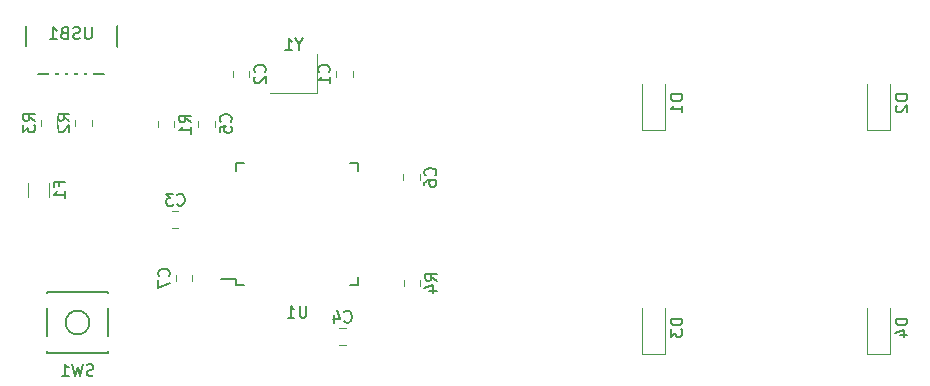
<source format=gbo>
G04 #@! TF.GenerationSoftware,KiCad,Pcbnew,(5.1.4-0-10_14)*
G04 #@! TF.CreationDate,2019-10-06T23:39:38+09:00*
G04 #@! TF.ProjectId,dombrick45,646f6d62-7269-4636-9b34-352e6b696361,rev?*
G04 #@! TF.SameCoordinates,Original*
G04 #@! TF.FileFunction,Legend,Bot*
G04 #@! TF.FilePolarity,Positive*
%FSLAX46Y46*%
G04 Gerber Fmt 4.6, Leading zero omitted, Abs format (unit mm)*
G04 Created by KiCad (PCBNEW (5.1.4-0-10_14)) date 2019-10-06 23:39:38*
%MOMM*%
%LPD*%
G04 APERTURE LIST*
%ADD10C,0.150000*%
%ADD11C,0.120000*%
%ADD12O,1.802000X2.802000*%
%ADD13R,0.602000X2.352000*%
%ADD14R,1.502000X1.302000*%
%ADD15C,0.100000*%
%ADD16C,1.252000*%
%ADD17C,1.852000*%
%ADD18C,2.352000*%
%ADD19C,4.089800*%
%ADD20C,2.352000*%
%ADD21R,0.652000X1.602000*%
%ADD22R,1.602000X0.652000*%
%ADD23R,1.902000X1.202000*%
%ADD24C,1.077000*%
%ADD25C,1.352000*%
%ADD26R,1.302000X1.002000*%
G04 APERTURE END LIST*
D10*
X67491000Y-73914000D02*
X67491000Y-79364000D01*
X75191000Y-73914000D02*
X75191000Y-79364000D01*
X67491000Y-79364000D02*
X75191000Y-79364000D01*
D11*
X92181250Y-80968750D02*
X88181250Y-80968750D01*
X92181250Y-77668750D02*
X92181250Y-80968750D01*
X81609000Y-96385748D02*
X81609000Y-96908252D01*
X80189000Y-96385748D02*
X80189000Y-96908252D01*
X99446250Y-88367502D02*
X99446250Y-87844998D01*
X100866250Y-88367502D02*
X100866250Y-87844998D01*
X82125750Y-83818252D02*
X82125750Y-83295748D01*
X83545750Y-83818252D02*
X83545750Y-83295748D01*
X80421002Y-92404000D02*
X79898498Y-92404000D01*
X80421002Y-90984000D02*
X79898498Y-90984000D01*
X85015000Y-79636252D02*
X85015000Y-79113748D01*
X86435000Y-79636252D02*
X86435000Y-79113748D01*
X95166250Y-79113748D02*
X95166250Y-79636252D01*
X93746250Y-79113748D02*
X93746250Y-79636252D01*
X94573752Y-102310000D02*
X94051248Y-102310000D01*
X94573752Y-100890000D02*
X94051248Y-100890000D01*
D10*
X85312500Y-96675000D02*
X84037500Y-96675000D01*
X95662500Y-97250000D02*
X94987500Y-97250000D01*
X95662500Y-86900000D02*
X94987500Y-86900000D01*
X85312500Y-86900000D02*
X85987500Y-86900000D01*
X85312500Y-97250000D02*
X85987500Y-97250000D01*
X85312500Y-86900000D02*
X85312500Y-87575000D01*
X95662500Y-86900000D02*
X95662500Y-87575000D01*
X95662500Y-97250000D02*
X95662500Y-96575000D01*
X85312500Y-97250000D02*
X85312500Y-96675000D01*
X72882000Y-100402000D02*
G75*
G03X72882000Y-100402000I-1000000J0D01*
G01*
X74482000Y-103002000D02*
X74482000Y-97802000D01*
X69282000Y-103002000D02*
X74482000Y-103002000D01*
X69282000Y-97802000D02*
X69282000Y-103002000D01*
X74482000Y-97802000D02*
X69282000Y-97802000D01*
D11*
X99493000Y-97286578D02*
X99493000Y-96769422D01*
X100913000Y-97286578D02*
X100913000Y-96769422D01*
X70179000Y-83228922D02*
X70179000Y-83746078D01*
X68759000Y-83228922D02*
X68759000Y-83746078D01*
X73100000Y-83228922D02*
X73100000Y-83746078D01*
X71680000Y-83228922D02*
X71680000Y-83746078D01*
X78665000Y-83873078D02*
X78665000Y-83355922D01*
X80085000Y-83873078D02*
X80085000Y-83355922D01*
X67670000Y-89756064D02*
X67670000Y-88551936D01*
X69490000Y-89756064D02*
X69490000Y-88551936D01*
X140700000Y-103056250D02*
X140700000Y-99156250D01*
X138700000Y-103056250D02*
X138700000Y-99156250D01*
X140700000Y-103056250D02*
X138700000Y-103056250D01*
X121650000Y-103056250D02*
X121650000Y-99156250D01*
X119650000Y-103056250D02*
X119650000Y-99156250D01*
X121650000Y-103056250D02*
X119650000Y-103056250D01*
X140700000Y-84068750D02*
X140700000Y-80168750D01*
X138700000Y-84068750D02*
X138700000Y-80168750D01*
X140700000Y-84068750D02*
X138700000Y-84068750D01*
X121650000Y-84068750D02*
X121650000Y-80168750D01*
X119650000Y-84068750D02*
X119650000Y-80168750D01*
X121650000Y-84068750D02*
X119650000Y-84068750D01*
D10*
X73079095Y-75398380D02*
X73079095Y-76207904D01*
X73031476Y-76303142D01*
X72983857Y-76350761D01*
X72888619Y-76398380D01*
X72698142Y-76398380D01*
X72602904Y-76350761D01*
X72555285Y-76303142D01*
X72507666Y-76207904D01*
X72507666Y-75398380D01*
X72079095Y-76350761D02*
X71936238Y-76398380D01*
X71698142Y-76398380D01*
X71602904Y-76350761D01*
X71555285Y-76303142D01*
X71507666Y-76207904D01*
X71507666Y-76112666D01*
X71555285Y-76017428D01*
X71602904Y-75969809D01*
X71698142Y-75922190D01*
X71888619Y-75874571D01*
X71983857Y-75826952D01*
X72031476Y-75779333D01*
X72079095Y-75684095D01*
X72079095Y-75588857D01*
X72031476Y-75493619D01*
X71983857Y-75446000D01*
X71888619Y-75398380D01*
X71650523Y-75398380D01*
X71507666Y-75446000D01*
X70745761Y-75874571D02*
X70602904Y-75922190D01*
X70555285Y-75969809D01*
X70507666Y-76065047D01*
X70507666Y-76207904D01*
X70555285Y-76303142D01*
X70602904Y-76350761D01*
X70698142Y-76398380D01*
X71079095Y-76398380D01*
X71079095Y-75398380D01*
X70745761Y-75398380D01*
X70650523Y-75446000D01*
X70602904Y-75493619D01*
X70555285Y-75588857D01*
X70555285Y-75684095D01*
X70602904Y-75779333D01*
X70650523Y-75826952D01*
X70745761Y-75874571D01*
X71079095Y-75874571D01*
X69555285Y-76398380D02*
X70126714Y-76398380D01*
X69841000Y-76398380D02*
X69841000Y-75398380D01*
X69936238Y-75541238D01*
X70031476Y-75636476D01*
X70126714Y-75684095D01*
X90657440Y-76844940D02*
X90657440Y-77321130D01*
X90990773Y-76321130D02*
X90657440Y-76844940D01*
X90324107Y-76321130D01*
X89466964Y-77321130D02*
X90038392Y-77321130D01*
X89752678Y-77321130D02*
X89752678Y-76321130D01*
X89847916Y-76463988D01*
X89943154Y-76559226D01*
X90038392Y-76606845D01*
X79606142Y-96480333D02*
X79653761Y-96432714D01*
X79701380Y-96289857D01*
X79701380Y-96194619D01*
X79653761Y-96051761D01*
X79558523Y-95956523D01*
X79463285Y-95908904D01*
X79272809Y-95861285D01*
X79129952Y-95861285D01*
X78939476Y-95908904D01*
X78844238Y-95956523D01*
X78749000Y-96051761D01*
X78701380Y-96194619D01*
X78701380Y-96289857D01*
X78749000Y-96432714D01*
X78796619Y-96480333D01*
X78701380Y-96813666D02*
X78701380Y-97480333D01*
X79701380Y-97051761D01*
X102163392Y-87939583D02*
X102211011Y-87891964D01*
X102258630Y-87749107D01*
X102258630Y-87653869D01*
X102211011Y-87511011D01*
X102115773Y-87415773D01*
X102020535Y-87368154D01*
X101830059Y-87320535D01*
X101687202Y-87320535D01*
X101496726Y-87368154D01*
X101401488Y-87415773D01*
X101306250Y-87511011D01*
X101258630Y-87653869D01*
X101258630Y-87749107D01*
X101306250Y-87891964D01*
X101353869Y-87939583D01*
X101258630Y-88796726D02*
X101258630Y-88606250D01*
X101306250Y-88511011D01*
X101353869Y-88463392D01*
X101496726Y-88368154D01*
X101687202Y-88320535D01*
X102068154Y-88320535D01*
X102163392Y-88368154D01*
X102211011Y-88415773D01*
X102258630Y-88511011D01*
X102258630Y-88701488D01*
X102211011Y-88796726D01*
X102163392Y-88844345D01*
X102068154Y-88891964D01*
X101830059Y-88891964D01*
X101734821Y-88844345D01*
X101687202Y-88796726D01*
X101639583Y-88701488D01*
X101639583Y-88511011D01*
X101687202Y-88415773D01*
X101734821Y-88368154D01*
X101830059Y-88320535D01*
X84842892Y-83390333D02*
X84890511Y-83342714D01*
X84938130Y-83199857D01*
X84938130Y-83104619D01*
X84890511Y-82961761D01*
X84795273Y-82866523D01*
X84700035Y-82818904D01*
X84509559Y-82771285D01*
X84366702Y-82771285D01*
X84176226Y-82818904D01*
X84080988Y-82866523D01*
X83985750Y-82961761D01*
X83938130Y-83104619D01*
X83938130Y-83199857D01*
X83985750Y-83342714D01*
X84033369Y-83390333D01*
X83938130Y-84295095D02*
X83938130Y-83818904D01*
X84414321Y-83771285D01*
X84366702Y-83818904D01*
X84319083Y-83914142D01*
X84319083Y-84152238D01*
X84366702Y-84247476D01*
X84414321Y-84295095D01*
X84509559Y-84342714D01*
X84747654Y-84342714D01*
X84842892Y-84295095D01*
X84890511Y-84247476D01*
X84938130Y-84152238D01*
X84938130Y-83914142D01*
X84890511Y-83818904D01*
X84842892Y-83771285D01*
X80326416Y-90401142D02*
X80374035Y-90448761D01*
X80516892Y-90496380D01*
X80612130Y-90496380D01*
X80754988Y-90448761D01*
X80850226Y-90353523D01*
X80897845Y-90258285D01*
X80945464Y-90067809D01*
X80945464Y-89924952D01*
X80897845Y-89734476D01*
X80850226Y-89639238D01*
X80754988Y-89544000D01*
X80612130Y-89496380D01*
X80516892Y-89496380D01*
X80374035Y-89544000D01*
X80326416Y-89591619D01*
X79993083Y-89496380D02*
X79374035Y-89496380D01*
X79707369Y-89877333D01*
X79564511Y-89877333D01*
X79469273Y-89924952D01*
X79421654Y-89972571D01*
X79374035Y-90067809D01*
X79374035Y-90305904D01*
X79421654Y-90401142D01*
X79469273Y-90448761D01*
X79564511Y-90496380D01*
X79850226Y-90496380D01*
X79945464Y-90448761D01*
X79993083Y-90401142D01*
X87732142Y-79208333D02*
X87779761Y-79160714D01*
X87827380Y-79017857D01*
X87827380Y-78922619D01*
X87779761Y-78779761D01*
X87684523Y-78684523D01*
X87589285Y-78636904D01*
X87398809Y-78589285D01*
X87255952Y-78589285D01*
X87065476Y-78636904D01*
X86970238Y-78684523D01*
X86875000Y-78779761D01*
X86827380Y-78922619D01*
X86827380Y-79017857D01*
X86875000Y-79160714D01*
X86922619Y-79208333D01*
X86922619Y-79589285D02*
X86875000Y-79636904D01*
X86827380Y-79732142D01*
X86827380Y-79970238D01*
X86875000Y-80065476D01*
X86922619Y-80113095D01*
X87017857Y-80160714D01*
X87113095Y-80160714D01*
X87255952Y-80113095D01*
X87827380Y-79541666D01*
X87827380Y-80160714D01*
X93163392Y-79208333D02*
X93211011Y-79160714D01*
X93258630Y-79017857D01*
X93258630Y-78922619D01*
X93211011Y-78779761D01*
X93115773Y-78684523D01*
X93020535Y-78636904D01*
X92830059Y-78589285D01*
X92687202Y-78589285D01*
X92496726Y-78636904D01*
X92401488Y-78684523D01*
X92306250Y-78779761D01*
X92258630Y-78922619D01*
X92258630Y-79017857D01*
X92306250Y-79160714D01*
X92353869Y-79208333D01*
X93258630Y-80160714D02*
X93258630Y-79589285D01*
X93258630Y-79875000D02*
X92258630Y-79875000D01*
X92401488Y-79779761D01*
X92496726Y-79684523D01*
X92544345Y-79589285D01*
X94479166Y-100307142D02*
X94526785Y-100354761D01*
X94669642Y-100402380D01*
X94764880Y-100402380D01*
X94907738Y-100354761D01*
X95002976Y-100259523D01*
X95050595Y-100164285D01*
X95098214Y-99973809D01*
X95098214Y-99830952D01*
X95050595Y-99640476D01*
X95002976Y-99545238D01*
X94907738Y-99450000D01*
X94764880Y-99402380D01*
X94669642Y-99402380D01*
X94526785Y-99450000D01*
X94479166Y-99497619D01*
X93622023Y-99735714D02*
X93622023Y-100402380D01*
X93860119Y-99354761D02*
X94098214Y-100069047D01*
X93479166Y-100069047D01*
X91249404Y-98977380D02*
X91249404Y-99786904D01*
X91201785Y-99882142D01*
X91154166Y-99929761D01*
X91058928Y-99977380D01*
X90868452Y-99977380D01*
X90773214Y-99929761D01*
X90725595Y-99882142D01*
X90677976Y-99786904D01*
X90677976Y-98977380D01*
X89677976Y-99977380D02*
X90249404Y-99977380D01*
X89963690Y-99977380D02*
X89963690Y-98977380D01*
X90058928Y-99120238D01*
X90154166Y-99215476D01*
X90249404Y-99263095D01*
X73215333Y-104870761D02*
X73072476Y-104918380D01*
X72834380Y-104918380D01*
X72739142Y-104870761D01*
X72691523Y-104823142D01*
X72643904Y-104727904D01*
X72643904Y-104632666D01*
X72691523Y-104537428D01*
X72739142Y-104489809D01*
X72834380Y-104442190D01*
X73024857Y-104394571D01*
X73120095Y-104346952D01*
X73167714Y-104299333D01*
X73215333Y-104204095D01*
X73215333Y-104108857D01*
X73167714Y-104013619D01*
X73120095Y-103966000D01*
X73024857Y-103918380D01*
X72786761Y-103918380D01*
X72643904Y-103966000D01*
X72310571Y-103918380D02*
X72072476Y-104918380D01*
X71882000Y-104204095D01*
X71691523Y-104918380D01*
X71453428Y-103918380D01*
X70548666Y-104918380D02*
X71120095Y-104918380D01*
X70834380Y-104918380D02*
X70834380Y-103918380D01*
X70929619Y-104061238D01*
X71024857Y-104156476D01*
X71120095Y-104204095D01*
X102305380Y-96861333D02*
X101829190Y-96528000D01*
X102305380Y-96289904D02*
X101305380Y-96289904D01*
X101305380Y-96670857D01*
X101353000Y-96766095D01*
X101400619Y-96813714D01*
X101495857Y-96861333D01*
X101638714Y-96861333D01*
X101733952Y-96813714D01*
X101781571Y-96766095D01*
X101829190Y-96670857D01*
X101829190Y-96289904D01*
X101638714Y-97718476D02*
X102305380Y-97718476D01*
X101257761Y-97480380D02*
X101972047Y-97242285D01*
X101972047Y-97861333D01*
X68271380Y-83320833D02*
X67795190Y-82987500D01*
X68271380Y-82749404D02*
X67271380Y-82749404D01*
X67271380Y-83130357D01*
X67319000Y-83225595D01*
X67366619Y-83273214D01*
X67461857Y-83320833D01*
X67604714Y-83320833D01*
X67699952Y-83273214D01*
X67747571Y-83225595D01*
X67795190Y-83130357D01*
X67795190Y-82749404D01*
X67271380Y-83654166D02*
X67271380Y-84273214D01*
X67652333Y-83939880D01*
X67652333Y-84082738D01*
X67699952Y-84177976D01*
X67747571Y-84225595D01*
X67842809Y-84273214D01*
X68080904Y-84273214D01*
X68176142Y-84225595D01*
X68223761Y-84177976D01*
X68271380Y-84082738D01*
X68271380Y-83797023D01*
X68223761Y-83701785D01*
X68176142Y-83654166D01*
X71192380Y-83320833D02*
X70716190Y-82987500D01*
X71192380Y-82749404D02*
X70192380Y-82749404D01*
X70192380Y-83130357D01*
X70240000Y-83225595D01*
X70287619Y-83273214D01*
X70382857Y-83320833D01*
X70525714Y-83320833D01*
X70620952Y-83273214D01*
X70668571Y-83225595D01*
X70716190Y-83130357D01*
X70716190Y-82749404D01*
X70287619Y-83701785D02*
X70240000Y-83749404D01*
X70192380Y-83844642D01*
X70192380Y-84082738D01*
X70240000Y-84177976D01*
X70287619Y-84225595D01*
X70382857Y-84273214D01*
X70478095Y-84273214D01*
X70620952Y-84225595D01*
X71192380Y-83654166D01*
X71192380Y-84273214D01*
X81477380Y-83447833D02*
X81001190Y-83114500D01*
X81477380Y-82876404D02*
X80477380Y-82876404D01*
X80477380Y-83257357D01*
X80525000Y-83352595D01*
X80572619Y-83400214D01*
X80667857Y-83447833D01*
X80810714Y-83447833D01*
X80905952Y-83400214D01*
X80953571Y-83352595D01*
X81001190Y-83257357D01*
X81001190Y-82876404D01*
X81477380Y-84400214D02*
X81477380Y-83828785D01*
X81477380Y-84114500D02*
X80477380Y-84114500D01*
X80620238Y-84019261D01*
X80715476Y-83924023D01*
X80763095Y-83828785D01*
X70328571Y-88820666D02*
X70328571Y-88487333D01*
X70852380Y-88487333D02*
X69852380Y-88487333D01*
X69852380Y-88963523D01*
X70852380Y-89868285D02*
X70852380Y-89296857D01*
X70852380Y-89582571D02*
X69852380Y-89582571D01*
X69995238Y-89487333D01*
X70090476Y-89392095D01*
X70138095Y-89296857D01*
X142152380Y-100068154D02*
X141152380Y-100068154D01*
X141152380Y-100306250D01*
X141200000Y-100449107D01*
X141295238Y-100544345D01*
X141390476Y-100591964D01*
X141580952Y-100639583D01*
X141723809Y-100639583D01*
X141914285Y-100591964D01*
X142009523Y-100544345D01*
X142104761Y-100449107D01*
X142152380Y-100306250D01*
X142152380Y-100068154D01*
X141485714Y-101496726D02*
X142152380Y-101496726D01*
X141104761Y-101258630D02*
X141819047Y-101020535D01*
X141819047Y-101639583D01*
X123102380Y-100068154D02*
X122102380Y-100068154D01*
X122102380Y-100306250D01*
X122150000Y-100449107D01*
X122245238Y-100544345D01*
X122340476Y-100591964D01*
X122530952Y-100639583D01*
X122673809Y-100639583D01*
X122864285Y-100591964D01*
X122959523Y-100544345D01*
X123054761Y-100449107D01*
X123102380Y-100306250D01*
X123102380Y-100068154D01*
X122102380Y-100972916D02*
X122102380Y-101591964D01*
X122483333Y-101258630D01*
X122483333Y-101401488D01*
X122530952Y-101496726D01*
X122578571Y-101544345D01*
X122673809Y-101591964D01*
X122911904Y-101591964D01*
X123007142Y-101544345D01*
X123054761Y-101496726D01*
X123102380Y-101401488D01*
X123102380Y-101115773D01*
X123054761Y-101020535D01*
X123007142Y-100972916D01*
X142152380Y-81080654D02*
X141152380Y-81080654D01*
X141152380Y-81318750D01*
X141200000Y-81461607D01*
X141295238Y-81556845D01*
X141390476Y-81604464D01*
X141580952Y-81652083D01*
X141723809Y-81652083D01*
X141914285Y-81604464D01*
X142009523Y-81556845D01*
X142104761Y-81461607D01*
X142152380Y-81318750D01*
X142152380Y-81080654D01*
X141247619Y-82033035D02*
X141200000Y-82080654D01*
X141152380Y-82175892D01*
X141152380Y-82413988D01*
X141200000Y-82509226D01*
X141247619Y-82556845D01*
X141342857Y-82604464D01*
X141438095Y-82604464D01*
X141580952Y-82556845D01*
X142152380Y-81985416D01*
X142152380Y-82604464D01*
X123102380Y-81080654D02*
X122102380Y-81080654D01*
X122102380Y-81318750D01*
X122150000Y-81461607D01*
X122245238Y-81556845D01*
X122340476Y-81604464D01*
X122530952Y-81652083D01*
X122673809Y-81652083D01*
X122864285Y-81604464D01*
X122959523Y-81556845D01*
X123054761Y-81461607D01*
X123102380Y-81318750D01*
X123102380Y-81080654D01*
X123102380Y-82604464D02*
X123102380Y-82033035D01*
X123102380Y-82318750D02*
X122102380Y-82318750D01*
X122245238Y-82223511D01*
X122340476Y-82128273D01*
X122388095Y-82033035D01*
%LPC*%
D12*
X67691000Y-73914000D03*
X74991000Y-73914000D03*
X74991000Y-78414000D03*
X67691000Y-78414000D03*
D13*
X69741000Y-78414000D03*
X70541000Y-78414000D03*
X71341000Y-78414000D03*
X72141000Y-78414000D03*
X72941000Y-78414000D03*
D14*
X91281250Y-78468750D03*
X89081250Y-78468750D03*
X89081250Y-80168750D03*
X91281250Y-80168750D03*
D15*
G36*
X81404505Y-97047311D02*
G01*
X81430925Y-97051230D01*
X81456835Y-97057720D01*
X81481983Y-97066718D01*
X81506128Y-97078138D01*
X81529038Y-97091869D01*
X81550492Y-97107780D01*
X81570282Y-97125718D01*
X81588220Y-97145508D01*
X81604131Y-97166962D01*
X81617862Y-97189872D01*
X81629282Y-97214017D01*
X81638280Y-97239165D01*
X81644770Y-97265075D01*
X81648689Y-97291495D01*
X81650000Y-97318173D01*
X81650000Y-98025827D01*
X81648689Y-98052505D01*
X81644770Y-98078925D01*
X81638280Y-98104835D01*
X81629282Y-98129983D01*
X81617862Y-98154128D01*
X81604131Y-98177038D01*
X81588220Y-98198492D01*
X81570282Y-98218282D01*
X81550492Y-98236220D01*
X81529038Y-98252131D01*
X81506128Y-98265862D01*
X81481983Y-98277282D01*
X81456835Y-98286280D01*
X81430925Y-98292770D01*
X81404505Y-98296689D01*
X81377827Y-98298000D01*
X80420173Y-98298000D01*
X80393495Y-98296689D01*
X80367075Y-98292770D01*
X80341165Y-98286280D01*
X80316017Y-98277282D01*
X80291872Y-98265862D01*
X80268962Y-98252131D01*
X80247508Y-98236220D01*
X80227718Y-98218282D01*
X80209780Y-98198492D01*
X80193869Y-98177038D01*
X80180138Y-98154128D01*
X80168718Y-98129983D01*
X80159720Y-98104835D01*
X80153230Y-98078925D01*
X80149311Y-98052505D01*
X80148000Y-98025827D01*
X80148000Y-97318173D01*
X80149311Y-97291495D01*
X80153230Y-97265075D01*
X80159720Y-97239165D01*
X80168718Y-97214017D01*
X80180138Y-97189872D01*
X80193869Y-97166962D01*
X80209780Y-97145508D01*
X80227718Y-97125718D01*
X80247508Y-97107780D01*
X80268962Y-97091869D01*
X80291872Y-97078138D01*
X80316017Y-97066718D01*
X80341165Y-97057720D01*
X80367075Y-97051230D01*
X80393495Y-97047311D01*
X80420173Y-97046000D01*
X81377827Y-97046000D01*
X81404505Y-97047311D01*
X81404505Y-97047311D01*
G37*
D16*
X80899000Y-97672000D03*
D15*
G36*
X81404505Y-94997311D02*
G01*
X81430925Y-95001230D01*
X81456835Y-95007720D01*
X81481983Y-95016718D01*
X81506128Y-95028138D01*
X81529038Y-95041869D01*
X81550492Y-95057780D01*
X81570282Y-95075718D01*
X81588220Y-95095508D01*
X81604131Y-95116962D01*
X81617862Y-95139872D01*
X81629282Y-95164017D01*
X81638280Y-95189165D01*
X81644770Y-95215075D01*
X81648689Y-95241495D01*
X81650000Y-95268173D01*
X81650000Y-95975827D01*
X81648689Y-96002505D01*
X81644770Y-96028925D01*
X81638280Y-96054835D01*
X81629282Y-96079983D01*
X81617862Y-96104128D01*
X81604131Y-96127038D01*
X81588220Y-96148492D01*
X81570282Y-96168282D01*
X81550492Y-96186220D01*
X81529038Y-96202131D01*
X81506128Y-96215862D01*
X81481983Y-96227282D01*
X81456835Y-96236280D01*
X81430925Y-96242770D01*
X81404505Y-96246689D01*
X81377827Y-96248000D01*
X80420173Y-96248000D01*
X80393495Y-96246689D01*
X80367075Y-96242770D01*
X80341165Y-96236280D01*
X80316017Y-96227282D01*
X80291872Y-96215862D01*
X80268962Y-96202131D01*
X80247508Y-96186220D01*
X80227718Y-96168282D01*
X80209780Y-96148492D01*
X80193869Y-96127038D01*
X80180138Y-96104128D01*
X80168718Y-96079983D01*
X80159720Y-96054835D01*
X80153230Y-96028925D01*
X80149311Y-96002505D01*
X80148000Y-95975827D01*
X80148000Y-95268173D01*
X80149311Y-95241495D01*
X80153230Y-95215075D01*
X80159720Y-95189165D01*
X80168718Y-95164017D01*
X80180138Y-95139872D01*
X80193869Y-95116962D01*
X80209780Y-95095508D01*
X80227718Y-95075718D01*
X80247508Y-95057780D01*
X80268962Y-95041869D01*
X80291872Y-95028138D01*
X80316017Y-95016718D01*
X80341165Y-95007720D01*
X80367075Y-95001230D01*
X80393495Y-94997311D01*
X80420173Y-94996000D01*
X81377827Y-94996000D01*
X81404505Y-94997311D01*
X81404505Y-94997311D01*
G37*
D16*
X80899000Y-95622000D03*
D15*
G36*
X100661755Y-86456561D02*
G01*
X100688175Y-86460480D01*
X100714085Y-86466970D01*
X100739233Y-86475968D01*
X100763378Y-86487388D01*
X100786288Y-86501119D01*
X100807742Y-86517030D01*
X100827532Y-86534968D01*
X100845470Y-86554758D01*
X100861381Y-86576212D01*
X100875112Y-86599122D01*
X100886532Y-86623267D01*
X100895530Y-86648415D01*
X100902020Y-86674325D01*
X100905939Y-86700745D01*
X100907250Y-86727423D01*
X100907250Y-87435077D01*
X100905939Y-87461755D01*
X100902020Y-87488175D01*
X100895530Y-87514085D01*
X100886532Y-87539233D01*
X100875112Y-87563378D01*
X100861381Y-87586288D01*
X100845470Y-87607742D01*
X100827532Y-87627532D01*
X100807742Y-87645470D01*
X100786288Y-87661381D01*
X100763378Y-87675112D01*
X100739233Y-87686532D01*
X100714085Y-87695530D01*
X100688175Y-87702020D01*
X100661755Y-87705939D01*
X100635077Y-87707250D01*
X99677423Y-87707250D01*
X99650745Y-87705939D01*
X99624325Y-87702020D01*
X99598415Y-87695530D01*
X99573267Y-87686532D01*
X99549122Y-87675112D01*
X99526212Y-87661381D01*
X99504758Y-87645470D01*
X99484968Y-87627532D01*
X99467030Y-87607742D01*
X99451119Y-87586288D01*
X99437388Y-87563378D01*
X99425968Y-87539233D01*
X99416970Y-87514085D01*
X99410480Y-87488175D01*
X99406561Y-87461755D01*
X99405250Y-87435077D01*
X99405250Y-86727423D01*
X99406561Y-86700745D01*
X99410480Y-86674325D01*
X99416970Y-86648415D01*
X99425968Y-86623267D01*
X99437388Y-86599122D01*
X99451119Y-86576212D01*
X99467030Y-86554758D01*
X99484968Y-86534968D01*
X99504758Y-86517030D01*
X99526212Y-86501119D01*
X99549122Y-86487388D01*
X99573267Y-86475968D01*
X99598415Y-86466970D01*
X99624325Y-86460480D01*
X99650745Y-86456561D01*
X99677423Y-86455250D01*
X100635077Y-86455250D01*
X100661755Y-86456561D01*
X100661755Y-86456561D01*
G37*
D16*
X100156250Y-87081250D03*
D15*
G36*
X100661755Y-88506561D02*
G01*
X100688175Y-88510480D01*
X100714085Y-88516970D01*
X100739233Y-88525968D01*
X100763378Y-88537388D01*
X100786288Y-88551119D01*
X100807742Y-88567030D01*
X100827532Y-88584968D01*
X100845470Y-88604758D01*
X100861381Y-88626212D01*
X100875112Y-88649122D01*
X100886532Y-88673267D01*
X100895530Y-88698415D01*
X100902020Y-88724325D01*
X100905939Y-88750745D01*
X100907250Y-88777423D01*
X100907250Y-89485077D01*
X100905939Y-89511755D01*
X100902020Y-89538175D01*
X100895530Y-89564085D01*
X100886532Y-89589233D01*
X100875112Y-89613378D01*
X100861381Y-89636288D01*
X100845470Y-89657742D01*
X100827532Y-89677532D01*
X100807742Y-89695470D01*
X100786288Y-89711381D01*
X100763378Y-89725112D01*
X100739233Y-89736532D01*
X100714085Y-89745530D01*
X100688175Y-89752020D01*
X100661755Y-89755939D01*
X100635077Y-89757250D01*
X99677423Y-89757250D01*
X99650745Y-89755939D01*
X99624325Y-89752020D01*
X99598415Y-89745530D01*
X99573267Y-89736532D01*
X99549122Y-89725112D01*
X99526212Y-89711381D01*
X99504758Y-89695470D01*
X99484968Y-89677532D01*
X99467030Y-89657742D01*
X99451119Y-89636288D01*
X99437388Y-89613378D01*
X99425968Y-89589233D01*
X99416970Y-89564085D01*
X99410480Y-89538175D01*
X99406561Y-89511755D01*
X99405250Y-89485077D01*
X99405250Y-88777423D01*
X99406561Y-88750745D01*
X99410480Y-88724325D01*
X99416970Y-88698415D01*
X99425968Y-88673267D01*
X99437388Y-88649122D01*
X99451119Y-88626212D01*
X99467030Y-88604758D01*
X99484968Y-88584968D01*
X99504758Y-88567030D01*
X99526212Y-88551119D01*
X99549122Y-88537388D01*
X99573267Y-88525968D01*
X99598415Y-88516970D01*
X99624325Y-88510480D01*
X99650745Y-88506561D01*
X99677423Y-88505250D01*
X100635077Y-88505250D01*
X100661755Y-88506561D01*
X100661755Y-88506561D01*
G37*
D16*
X100156250Y-89131250D03*
D15*
G36*
X83341255Y-81907311D02*
G01*
X83367675Y-81911230D01*
X83393585Y-81917720D01*
X83418733Y-81926718D01*
X83442878Y-81938138D01*
X83465788Y-81951869D01*
X83487242Y-81967780D01*
X83507032Y-81985718D01*
X83524970Y-82005508D01*
X83540881Y-82026962D01*
X83554612Y-82049872D01*
X83566032Y-82074017D01*
X83575030Y-82099165D01*
X83581520Y-82125075D01*
X83585439Y-82151495D01*
X83586750Y-82178173D01*
X83586750Y-82885827D01*
X83585439Y-82912505D01*
X83581520Y-82938925D01*
X83575030Y-82964835D01*
X83566032Y-82989983D01*
X83554612Y-83014128D01*
X83540881Y-83037038D01*
X83524970Y-83058492D01*
X83507032Y-83078282D01*
X83487242Y-83096220D01*
X83465788Y-83112131D01*
X83442878Y-83125862D01*
X83418733Y-83137282D01*
X83393585Y-83146280D01*
X83367675Y-83152770D01*
X83341255Y-83156689D01*
X83314577Y-83158000D01*
X82356923Y-83158000D01*
X82330245Y-83156689D01*
X82303825Y-83152770D01*
X82277915Y-83146280D01*
X82252767Y-83137282D01*
X82228622Y-83125862D01*
X82205712Y-83112131D01*
X82184258Y-83096220D01*
X82164468Y-83078282D01*
X82146530Y-83058492D01*
X82130619Y-83037038D01*
X82116888Y-83014128D01*
X82105468Y-82989983D01*
X82096470Y-82964835D01*
X82089980Y-82938925D01*
X82086061Y-82912505D01*
X82084750Y-82885827D01*
X82084750Y-82178173D01*
X82086061Y-82151495D01*
X82089980Y-82125075D01*
X82096470Y-82099165D01*
X82105468Y-82074017D01*
X82116888Y-82049872D01*
X82130619Y-82026962D01*
X82146530Y-82005508D01*
X82164468Y-81985718D01*
X82184258Y-81967780D01*
X82205712Y-81951869D01*
X82228622Y-81938138D01*
X82252767Y-81926718D01*
X82277915Y-81917720D01*
X82303825Y-81911230D01*
X82330245Y-81907311D01*
X82356923Y-81906000D01*
X83314577Y-81906000D01*
X83341255Y-81907311D01*
X83341255Y-81907311D01*
G37*
D16*
X82835750Y-82532000D03*
D15*
G36*
X83341255Y-83957311D02*
G01*
X83367675Y-83961230D01*
X83393585Y-83967720D01*
X83418733Y-83976718D01*
X83442878Y-83988138D01*
X83465788Y-84001869D01*
X83487242Y-84017780D01*
X83507032Y-84035718D01*
X83524970Y-84055508D01*
X83540881Y-84076962D01*
X83554612Y-84099872D01*
X83566032Y-84124017D01*
X83575030Y-84149165D01*
X83581520Y-84175075D01*
X83585439Y-84201495D01*
X83586750Y-84228173D01*
X83586750Y-84935827D01*
X83585439Y-84962505D01*
X83581520Y-84988925D01*
X83575030Y-85014835D01*
X83566032Y-85039983D01*
X83554612Y-85064128D01*
X83540881Y-85087038D01*
X83524970Y-85108492D01*
X83507032Y-85128282D01*
X83487242Y-85146220D01*
X83465788Y-85162131D01*
X83442878Y-85175862D01*
X83418733Y-85187282D01*
X83393585Y-85196280D01*
X83367675Y-85202770D01*
X83341255Y-85206689D01*
X83314577Y-85208000D01*
X82356923Y-85208000D01*
X82330245Y-85206689D01*
X82303825Y-85202770D01*
X82277915Y-85196280D01*
X82252767Y-85187282D01*
X82228622Y-85175862D01*
X82205712Y-85162131D01*
X82184258Y-85146220D01*
X82164468Y-85128282D01*
X82146530Y-85108492D01*
X82130619Y-85087038D01*
X82116888Y-85064128D01*
X82105468Y-85039983D01*
X82096470Y-85014835D01*
X82089980Y-84988925D01*
X82086061Y-84962505D01*
X82084750Y-84935827D01*
X82084750Y-84228173D01*
X82086061Y-84201495D01*
X82089980Y-84175075D01*
X82096470Y-84149165D01*
X82105468Y-84124017D01*
X82116888Y-84099872D01*
X82130619Y-84076962D01*
X82146530Y-84055508D01*
X82164468Y-84035718D01*
X82184258Y-84017780D01*
X82205712Y-84001869D01*
X82228622Y-83988138D01*
X82252767Y-83976718D01*
X82277915Y-83967720D01*
X82303825Y-83961230D01*
X82330245Y-83957311D01*
X82356923Y-83956000D01*
X83314577Y-83956000D01*
X83341255Y-83957311D01*
X83341255Y-83957311D01*
G37*
D16*
X82835750Y-84582000D03*
D15*
G36*
X79515255Y-90944311D02*
G01*
X79541675Y-90948230D01*
X79567585Y-90954720D01*
X79592733Y-90963718D01*
X79616878Y-90975138D01*
X79639788Y-90988869D01*
X79661242Y-91004780D01*
X79681032Y-91022718D01*
X79698970Y-91042508D01*
X79714881Y-91063962D01*
X79728612Y-91086872D01*
X79740032Y-91111017D01*
X79749030Y-91136165D01*
X79755520Y-91162075D01*
X79759439Y-91188495D01*
X79760750Y-91215173D01*
X79760750Y-92172827D01*
X79759439Y-92199505D01*
X79755520Y-92225925D01*
X79749030Y-92251835D01*
X79740032Y-92276983D01*
X79728612Y-92301128D01*
X79714881Y-92324038D01*
X79698970Y-92345492D01*
X79681032Y-92365282D01*
X79661242Y-92383220D01*
X79639788Y-92399131D01*
X79616878Y-92412862D01*
X79592733Y-92424282D01*
X79567585Y-92433280D01*
X79541675Y-92439770D01*
X79515255Y-92443689D01*
X79488577Y-92445000D01*
X78780923Y-92445000D01*
X78754245Y-92443689D01*
X78727825Y-92439770D01*
X78701915Y-92433280D01*
X78676767Y-92424282D01*
X78652622Y-92412862D01*
X78629712Y-92399131D01*
X78608258Y-92383220D01*
X78588468Y-92365282D01*
X78570530Y-92345492D01*
X78554619Y-92324038D01*
X78540888Y-92301128D01*
X78529468Y-92276983D01*
X78520470Y-92251835D01*
X78513980Y-92225925D01*
X78510061Y-92199505D01*
X78508750Y-92172827D01*
X78508750Y-91215173D01*
X78510061Y-91188495D01*
X78513980Y-91162075D01*
X78520470Y-91136165D01*
X78529468Y-91111017D01*
X78540888Y-91086872D01*
X78554619Y-91063962D01*
X78570530Y-91042508D01*
X78588468Y-91022718D01*
X78608258Y-91004780D01*
X78629712Y-90988869D01*
X78652622Y-90975138D01*
X78676767Y-90963718D01*
X78701915Y-90954720D01*
X78727825Y-90948230D01*
X78754245Y-90944311D01*
X78780923Y-90943000D01*
X79488577Y-90943000D01*
X79515255Y-90944311D01*
X79515255Y-90944311D01*
G37*
D16*
X79134750Y-91694000D03*
D15*
G36*
X81565255Y-90944311D02*
G01*
X81591675Y-90948230D01*
X81617585Y-90954720D01*
X81642733Y-90963718D01*
X81666878Y-90975138D01*
X81689788Y-90988869D01*
X81711242Y-91004780D01*
X81731032Y-91022718D01*
X81748970Y-91042508D01*
X81764881Y-91063962D01*
X81778612Y-91086872D01*
X81790032Y-91111017D01*
X81799030Y-91136165D01*
X81805520Y-91162075D01*
X81809439Y-91188495D01*
X81810750Y-91215173D01*
X81810750Y-92172827D01*
X81809439Y-92199505D01*
X81805520Y-92225925D01*
X81799030Y-92251835D01*
X81790032Y-92276983D01*
X81778612Y-92301128D01*
X81764881Y-92324038D01*
X81748970Y-92345492D01*
X81731032Y-92365282D01*
X81711242Y-92383220D01*
X81689788Y-92399131D01*
X81666878Y-92412862D01*
X81642733Y-92424282D01*
X81617585Y-92433280D01*
X81591675Y-92439770D01*
X81565255Y-92443689D01*
X81538577Y-92445000D01*
X80830923Y-92445000D01*
X80804245Y-92443689D01*
X80777825Y-92439770D01*
X80751915Y-92433280D01*
X80726767Y-92424282D01*
X80702622Y-92412862D01*
X80679712Y-92399131D01*
X80658258Y-92383220D01*
X80638468Y-92365282D01*
X80620530Y-92345492D01*
X80604619Y-92324038D01*
X80590888Y-92301128D01*
X80579468Y-92276983D01*
X80570470Y-92251835D01*
X80563980Y-92225925D01*
X80560061Y-92199505D01*
X80558750Y-92172827D01*
X80558750Y-91215173D01*
X80560061Y-91188495D01*
X80563980Y-91162075D01*
X80570470Y-91136165D01*
X80579468Y-91111017D01*
X80590888Y-91086872D01*
X80604619Y-91063962D01*
X80620530Y-91042508D01*
X80638468Y-91022718D01*
X80658258Y-91004780D01*
X80679712Y-90988869D01*
X80702622Y-90975138D01*
X80726767Y-90963718D01*
X80751915Y-90954720D01*
X80777825Y-90948230D01*
X80804245Y-90944311D01*
X80830923Y-90943000D01*
X81538577Y-90943000D01*
X81565255Y-90944311D01*
X81565255Y-90944311D01*
G37*
D16*
X81184750Y-91694000D03*
D15*
G36*
X86230505Y-77725311D02*
G01*
X86256925Y-77729230D01*
X86282835Y-77735720D01*
X86307983Y-77744718D01*
X86332128Y-77756138D01*
X86355038Y-77769869D01*
X86376492Y-77785780D01*
X86396282Y-77803718D01*
X86414220Y-77823508D01*
X86430131Y-77844962D01*
X86443862Y-77867872D01*
X86455282Y-77892017D01*
X86464280Y-77917165D01*
X86470770Y-77943075D01*
X86474689Y-77969495D01*
X86476000Y-77996173D01*
X86476000Y-78703827D01*
X86474689Y-78730505D01*
X86470770Y-78756925D01*
X86464280Y-78782835D01*
X86455282Y-78807983D01*
X86443862Y-78832128D01*
X86430131Y-78855038D01*
X86414220Y-78876492D01*
X86396282Y-78896282D01*
X86376492Y-78914220D01*
X86355038Y-78930131D01*
X86332128Y-78943862D01*
X86307983Y-78955282D01*
X86282835Y-78964280D01*
X86256925Y-78970770D01*
X86230505Y-78974689D01*
X86203827Y-78976000D01*
X85246173Y-78976000D01*
X85219495Y-78974689D01*
X85193075Y-78970770D01*
X85167165Y-78964280D01*
X85142017Y-78955282D01*
X85117872Y-78943862D01*
X85094962Y-78930131D01*
X85073508Y-78914220D01*
X85053718Y-78896282D01*
X85035780Y-78876492D01*
X85019869Y-78855038D01*
X85006138Y-78832128D01*
X84994718Y-78807983D01*
X84985720Y-78782835D01*
X84979230Y-78756925D01*
X84975311Y-78730505D01*
X84974000Y-78703827D01*
X84974000Y-77996173D01*
X84975311Y-77969495D01*
X84979230Y-77943075D01*
X84985720Y-77917165D01*
X84994718Y-77892017D01*
X85006138Y-77867872D01*
X85019869Y-77844962D01*
X85035780Y-77823508D01*
X85053718Y-77803718D01*
X85073508Y-77785780D01*
X85094962Y-77769869D01*
X85117872Y-77756138D01*
X85142017Y-77744718D01*
X85167165Y-77735720D01*
X85193075Y-77729230D01*
X85219495Y-77725311D01*
X85246173Y-77724000D01*
X86203827Y-77724000D01*
X86230505Y-77725311D01*
X86230505Y-77725311D01*
G37*
D16*
X85725000Y-78350000D03*
D15*
G36*
X86230505Y-79775311D02*
G01*
X86256925Y-79779230D01*
X86282835Y-79785720D01*
X86307983Y-79794718D01*
X86332128Y-79806138D01*
X86355038Y-79819869D01*
X86376492Y-79835780D01*
X86396282Y-79853718D01*
X86414220Y-79873508D01*
X86430131Y-79894962D01*
X86443862Y-79917872D01*
X86455282Y-79942017D01*
X86464280Y-79967165D01*
X86470770Y-79993075D01*
X86474689Y-80019495D01*
X86476000Y-80046173D01*
X86476000Y-80753827D01*
X86474689Y-80780505D01*
X86470770Y-80806925D01*
X86464280Y-80832835D01*
X86455282Y-80857983D01*
X86443862Y-80882128D01*
X86430131Y-80905038D01*
X86414220Y-80926492D01*
X86396282Y-80946282D01*
X86376492Y-80964220D01*
X86355038Y-80980131D01*
X86332128Y-80993862D01*
X86307983Y-81005282D01*
X86282835Y-81014280D01*
X86256925Y-81020770D01*
X86230505Y-81024689D01*
X86203827Y-81026000D01*
X85246173Y-81026000D01*
X85219495Y-81024689D01*
X85193075Y-81020770D01*
X85167165Y-81014280D01*
X85142017Y-81005282D01*
X85117872Y-80993862D01*
X85094962Y-80980131D01*
X85073508Y-80964220D01*
X85053718Y-80946282D01*
X85035780Y-80926492D01*
X85019869Y-80905038D01*
X85006138Y-80882128D01*
X84994718Y-80857983D01*
X84985720Y-80832835D01*
X84979230Y-80806925D01*
X84975311Y-80780505D01*
X84974000Y-80753827D01*
X84974000Y-80046173D01*
X84975311Y-80019495D01*
X84979230Y-79993075D01*
X84985720Y-79967165D01*
X84994718Y-79942017D01*
X85006138Y-79917872D01*
X85019869Y-79894962D01*
X85035780Y-79873508D01*
X85053718Y-79853718D01*
X85073508Y-79835780D01*
X85094962Y-79819869D01*
X85117872Y-79806138D01*
X85142017Y-79794718D01*
X85167165Y-79785720D01*
X85193075Y-79779230D01*
X85219495Y-79775311D01*
X85246173Y-79774000D01*
X86203827Y-79774000D01*
X86230505Y-79775311D01*
X86230505Y-79775311D01*
G37*
D16*
X85725000Y-80400000D03*
D15*
G36*
X94961755Y-79775311D02*
G01*
X94988175Y-79779230D01*
X95014085Y-79785720D01*
X95039233Y-79794718D01*
X95063378Y-79806138D01*
X95086288Y-79819869D01*
X95107742Y-79835780D01*
X95127532Y-79853718D01*
X95145470Y-79873508D01*
X95161381Y-79894962D01*
X95175112Y-79917872D01*
X95186532Y-79942017D01*
X95195530Y-79967165D01*
X95202020Y-79993075D01*
X95205939Y-80019495D01*
X95207250Y-80046173D01*
X95207250Y-80753827D01*
X95205939Y-80780505D01*
X95202020Y-80806925D01*
X95195530Y-80832835D01*
X95186532Y-80857983D01*
X95175112Y-80882128D01*
X95161381Y-80905038D01*
X95145470Y-80926492D01*
X95127532Y-80946282D01*
X95107742Y-80964220D01*
X95086288Y-80980131D01*
X95063378Y-80993862D01*
X95039233Y-81005282D01*
X95014085Y-81014280D01*
X94988175Y-81020770D01*
X94961755Y-81024689D01*
X94935077Y-81026000D01*
X93977423Y-81026000D01*
X93950745Y-81024689D01*
X93924325Y-81020770D01*
X93898415Y-81014280D01*
X93873267Y-81005282D01*
X93849122Y-80993862D01*
X93826212Y-80980131D01*
X93804758Y-80964220D01*
X93784968Y-80946282D01*
X93767030Y-80926492D01*
X93751119Y-80905038D01*
X93737388Y-80882128D01*
X93725968Y-80857983D01*
X93716970Y-80832835D01*
X93710480Y-80806925D01*
X93706561Y-80780505D01*
X93705250Y-80753827D01*
X93705250Y-80046173D01*
X93706561Y-80019495D01*
X93710480Y-79993075D01*
X93716970Y-79967165D01*
X93725968Y-79942017D01*
X93737388Y-79917872D01*
X93751119Y-79894962D01*
X93767030Y-79873508D01*
X93784968Y-79853718D01*
X93804758Y-79835780D01*
X93826212Y-79819869D01*
X93849122Y-79806138D01*
X93873267Y-79794718D01*
X93898415Y-79785720D01*
X93924325Y-79779230D01*
X93950745Y-79775311D01*
X93977423Y-79774000D01*
X94935077Y-79774000D01*
X94961755Y-79775311D01*
X94961755Y-79775311D01*
G37*
D16*
X94456250Y-80400000D03*
D15*
G36*
X94961755Y-77725311D02*
G01*
X94988175Y-77729230D01*
X95014085Y-77735720D01*
X95039233Y-77744718D01*
X95063378Y-77756138D01*
X95086288Y-77769869D01*
X95107742Y-77785780D01*
X95127532Y-77803718D01*
X95145470Y-77823508D01*
X95161381Y-77844962D01*
X95175112Y-77867872D01*
X95186532Y-77892017D01*
X95195530Y-77917165D01*
X95202020Y-77943075D01*
X95205939Y-77969495D01*
X95207250Y-77996173D01*
X95207250Y-78703827D01*
X95205939Y-78730505D01*
X95202020Y-78756925D01*
X95195530Y-78782835D01*
X95186532Y-78807983D01*
X95175112Y-78832128D01*
X95161381Y-78855038D01*
X95145470Y-78876492D01*
X95127532Y-78896282D01*
X95107742Y-78914220D01*
X95086288Y-78930131D01*
X95063378Y-78943862D01*
X95039233Y-78955282D01*
X95014085Y-78964280D01*
X94988175Y-78970770D01*
X94961755Y-78974689D01*
X94935077Y-78976000D01*
X93977423Y-78976000D01*
X93950745Y-78974689D01*
X93924325Y-78970770D01*
X93898415Y-78964280D01*
X93873267Y-78955282D01*
X93849122Y-78943862D01*
X93826212Y-78930131D01*
X93804758Y-78914220D01*
X93784968Y-78896282D01*
X93767030Y-78876492D01*
X93751119Y-78855038D01*
X93737388Y-78832128D01*
X93725968Y-78807983D01*
X93716970Y-78782835D01*
X93710480Y-78756925D01*
X93706561Y-78730505D01*
X93705250Y-78703827D01*
X93705250Y-77996173D01*
X93706561Y-77969495D01*
X93710480Y-77943075D01*
X93716970Y-77917165D01*
X93725968Y-77892017D01*
X93737388Y-77867872D01*
X93751119Y-77844962D01*
X93767030Y-77823508D01*
X93784968Y-77803718D01*
X93804758Y-77785780D01*
X93826212Y-77769869D01*
X93849122Y-77756138D01*
X93873267Y-77744718D01*
X93898415Y-77735720D01*
X93924325Y-77729230D01*
X93950745Y-77725311D01*
X93977423Y-77724000D01*
X94935077Y-77724000D01*
X94961755Y-77725311D01*
X94961755Y-77725311D01*
G37*
D16*
X94456250Y-78350000D03*
D15*
G36*
X93668005Y-100850311D02*
G01*
X93694425Y-100854230D01*
X93720335Y-100860720D01*
X93745483Y-100869718D01*
X93769628Y-100881138D01*
X93792538Y-100894869D01*
X93813992Y-100910780D01*
X93833782Y-100928718D01*
X93851720Y-100948508D01*
X93867631Y-100969962D01*
X93881362Y-100992872D01*
X93892782Y-101017017D01*
X93901780Y-101042165D01*
X93908270Y-101068075D01*
X93912189Y-101094495D01*
X93913500Y-101121173D01*
X93913500Y-102078827D01*
X93912189Y-102105505D01*
X93908270Y-102131925D01*
X93901780Y-102157835D01*
X93892782Y-102182983D01*
X93881362Y-102207128D01*
X93867631Y-102230038D01*
X93851720Y-102251492D01*
X93833782Y-102271282D01*
X93813992Y-102289220D01*
X93792538Y-102305131D01*
X93769628Y-102318862D01*
X93745483Y-102330282D01*
X93720335Y-102339280D01*
X93694425Y-102345770D01*
X93668005Y-102349689D01*
X93641327Y-102351000D01*
X92933673Y-102351000D01*
X92906995Y-102349689D01*
X92880575Y-102345770D01*
X92854665Y-102339280D01*
X92829517Y-102330282D01*
X92805372Y-102318862D01*
X92782462Y-102305131D01*
X92761008Y-102289220D01*
X92741218Y-102271282D01*
X92723280Y-102251492D01*
X92707369Y-102230038D01*
X92693638Y-102207128D01*
X92682218Y-102182983D01*
X92673220Y-102157835D01*
X92666730Y-102131925D01*
X92662811Y-102105505D01*
X92661500Y-102078827D01*
X92661500Y-101121173D01*
X92662811Y-101094495D01*
X92666730Y-101068075D01*
X92673220Y-101042165D01*
X92682218Y-101017017D01*
X92693638Y-100992872D01*
X92707369Y-100969962D01*
X92723280Y-100948508D01*
X92741218Y-100928718D01*
X92761008Y-100910780D01*
X92782462Y-100894869D01*
X92805372Y-100881138D01*
X92829517Y-100869718D01*
X92854665Y-100860720D01*
X92880575Y-100854230D01*
X92906995Y-100850311D01*
X92933673Y-100849000D01*
X93641327Y-100849000D01*
X93668005Y-100850311D01*
X93668005Y-100850311D01*
G37*
D16*
X93287500Y-101600000D03*
D15*
G36*
X95718005Y-100850311D02*
G01*
X95744425Y-100854230D01*
X95770335Y-100860720D01*
X95795483Y-100869718D01*
X95819628Y-100881138D01*
X95842538Y-100894869D01*
X95863992Y-100910780D01*
X95883782Y-100928718D01*
X95901720Y-100948508D01*
X95917631Y-100969962D01*
X95931362Y-100992872D01*
X95942782Y-101017017D01*
X95951780Y-101042165D01*
X95958270Y-101068075D01*
X95962189Y-101094495D01*
X95963500Y-101121173D01*
X95963500Y-102078827D01*
X95962189Y-102105505D01*
X95958270Y-102131925D01*
X95951780Y-102157835D01*
X95942782Y-102182983D01*
X95931362Y-102207128D01*
X95917631Y-102230038D01*
X95901720Y-102251492D01*
X95883782Y-102271282D01*
X95863992Y-102289220D01*
X95842538Y-102305131D01*
X95819628Y-102318862D01*
X95795483Y-102330282D01*
X95770335Y-102339280D01*
X95744425Y-102345770D01*
X95718005Y-102349689D01*
X95691327Y-102351000D01*
X94983673Y-102351000D01*
X94956995Y-102349689D01*
X94930575Y-102345770D01*
X94904665Y-102339280D01*
X94879517Y-102330282D01*
X94855372Y-102318862D01*
X94832462Y-102305131D01*
X94811008Y-102289220D01*
X94791218Y-102271282D01*
X94773280Y-102251492D01*
X94757369Y-102230038D01*
X94743638Y-102207128D01*
X94732218Y-102182983D01*
X94723220Y-102157835D01*
X94716730Y-102131925D01*
X94712811Y-102105505D01*
X94711500Y-102078827D01*
X94711500Y-101121173D01*
X94712811Y-101094495D01*
X94716730Y-101068075D01*
X94723220Y-101042165D01*
X94732218Y-101017017D01*
X94743638Y-100992872D01*
X94757369Y-100969962D01*
X94773280Y-100948508D01*
X94791218Y-100928718D01*
X94811008Y-100910780D01*
X94832462Y-100894869D01*
X94855372Y-100881138D01*
X94879517Y-100869718D01*
X94904665Y-100860720D01*
X94930575Y-100854230D01*
X94956995Y-100850311D01*
X94983673Y-100849000D01*
X95691327Y-100849000D01*
X95718005Y-100850311D01*
X95718005Y-100850311D01*
G37*
D16*
X95337500Y-101600000D03*
D17*
X136842500Y-100806250D03*
X126682500Y-100806250D03*
D18*
X129262500Y-96806250D03*
D19*
X131762500Y-100806250D03*
D18*
X128607501Y-97536250D03*
D20*
X127952500Y-98266250D02*
X129262502Y-96806250D01*
D18*
X134302500Y-95726250D03*
X134282500Y-96016250D03*
D20*
X134262500Y-96306250D02*
X134302500Y-95726250D01*
D17*
X117792500Y-100806250D03*
X107632500Y-100806250D03*
D18*
X110212500Y-96806250D03*
D19*
X112712500Y-100806250D03*
D18*
X109557501Y-97536250D03*
D20*
X108902500Y-98266250D02*
X110212502Y-96806250D01*
D18*
X115252500Y-95726250D03*
X115232500Y-96016250D03*
D20*
X115212500Y-96306250D02*
X115252500Y-95726250D01*
D17*
X136842500Y-81756250D03*
X126682500Y-81756250D03*
D18*
X129262500Y-77756250D03*
D19*
X131762500Y-81756250D03*
D18*
X128607501Y-78486250D03*
D20*
X127952500Y-79216250D02*
X129262502Y-77756250D01*
D18*
X134302500Y-76676250D03*
X134282500Y-76966250D03*
D20*
X134262500Y-77256250D02*
X134302500Y-76676250D01*
D17*
X117792500Y-81756250D03*
X107632500Y-81756250D03*
D18*
X110212500Y-77756250D03*
D19*
X112712500Y-81756250D03*
D18*
X109557501Y-78486250D03*
D20*
X108902500Y-79216250D02*
X110212502Y-77756250D01*
D18*
X115252500Y-76676250D03*
X115232500Y-76966250D03*
D20*
X115212500Y-77256250D02*
X115252500Y-76676250D01*
D21*
X86487500Y-97775000D03*
X87287500Y-97775000D03*
X88087500Y-97775000D03*
X88887500Y-97775000D03*
X89687500Y-97775000D03*
X90487500Y-97775000D03*
X91287500Y-97775000D03*
X92087500Y-97775000D03*
X92887500Y-97775000D03*
X93687500Y-97775000D03*
X94487500Y-97775000D03*
D22*
X96187500Y-96075000D03*
X96187500Y-95275000D03*
X96187500Y-94475000D03*
X96187500Y-93675000D03*
X96187500Y-92875000D03*
X96187500Y-92075000D03*
X96187500Y-91275000D03*
X96187500Y-90475000D03*
X96187500Y-89675000D03*
X96187500Y-88875000D03*
X96187500Y-88075000D03*
D21*
X94487500Y-86375000D03*
X93687500Y-86375000D03*
X92887500Y-86375000D03*
X92087500Y-86375000D03*
X91287500Y-86375000D03*
X90487500Y-86375000D03*
X89687500Y-86375000D03*
X88887500Y-86375000D03*
X88087500Y-86375000D03*
X87287500Y-86375000D03*
X86487500Y-86375000D03*
D22*
X84787500Y-88075000D03*
X84787500Y-88875000D03*
X84787500Y-89675000D03*
X84787500Y-90475000D03*
X84787500Y-91275000D03*
X84787500Y-92075000D03*
X84787500Y-92875000D03*
X84787500Y-93675000D03*
X84787500Y-94475000D03*
X84787500Y-95275000D03*
X84787500Y-96075000D03*
D23*
X68782000Y-102252000D03*
X74982000Y-98552000D03*
X68782000Y-98552000D03*
X74982000Y-102252000D03*
D15*
G36*
X100711141Y-95553297D02*
G01*
X100737278Y-95557174D01*
X100762909Y-95563594D01*
X100787788Y-95572495D01*
X100811674Y-95583793D01*
X100834337Y-95597377D01*
X100855560Y-95613117D01*
X100875139Y-95630861D01*
X100892883Y-95650440D01*
X100908623Y-95671663D01*
X100922207Y-95694326D01*
X100933505Y-95718212D01*
X100942406Y-95743091D01*
X100948826Y-95768722D01*
X100952703Y-95794859D01*
X100954000Y-95821250D01*
X100954000Y-96359750D01*
X100952703Y-96386141D01*
X100948826Y-96412278D01*
X100942406Y-96437909D01*
X100933505Y-96462788D01*
X100922207Y-96486674D01*
X100908623Y-96509337D01*
X100892883Y-96530560D01*
X100875139Y-96550139D01*
X100855560Y-96567883D01*
X100834337Y-96583623D01*
X100811674Y-96597207D01*
X100787788Y-96608505D01*
X100762909Y-96617406D01*
X100737278Y-96623826D01*
X100711141Y-96627703D01*
X100684750Y-96629000D01*
X99721250Y-96629000D01*
X99694859Y-96627703D01*
X99668722Y-96623826D01*
X99643091Y-96617406D01*
X99618212Y-96608505D01*
X99594326Y-96597207D01*
X99571663Y-96583623D01*
X99550440Y-96567883D01*
X99530861Y-96550139D01*
X99513117Y-96530560D01*
X99497377Y-96509337D01*
X99483793Y-96486674D01*
X99472495Y-96462788D01*
X99463594Y-96437909D01*
X99457174Y-96412278D01*
X99453297Y-96386141D01*
X99452000Y-96359750D01*
X99452000Y-95821250D01*
X99453297Y-95794859D01*
X99457174Y-95768722D01*
X99463594Y-95743091D01*
X99472495Y-95718212D01*
X99483793Y-95694326D01*
X99497377Y-95671663D01*
X99513117Y-95650440D01*
X99530861Y-95630861D01*
X99550440Y-95613117D01*
X99571663Y-95597377D01*
X99594326Y-95583793D01*
X99618212Y-95572495D01*
X99643091Y-95563594D01*
X99668722Y-95557174D01*
X99694859Y-95553297D01*
X99721250Y-95552000D01*
X100684750Y-95552000D01*
X100711141Y-95553297D01*
X100711141Y-95553297D01*
G37*
D24*
X100203000Y-96090500D03*
D15*
G36*
X100711141Y-97428297D02*
G01*
X100737278Y-97432174D01*
X100762909Y-97438594D01*
X100787788Y-97447495D01*
X100811674Y-97458793D01*
X100834337Y-97472377D01*
X100855560Y-97488117D01*
X100875139Y-97505861D01*
X100892883Y-97525440D01*
X100908623Y-97546663D01*
X100922207Y-97569326D01*
X100933505Y-97593212D01*
X100942406Y-97618091D01*
X100948826Y-97643722D01*
X100952703Y-97669859D01*
X100954000Y-97696250D01*
X100954000Y-98234750D01*
X100952703Y-98261141D01*
X100948826Y-98287278D01*
X100942406Y-98312909D01*
X100933505Y-98337788D01*
X100922207Y-98361674D01*
X100908623Y-98384337D01*
X100892883Y-98405560D01*
X100875139Y-98425139D01*
X100855560Y-98442883D01*
X100834337Y-98458623D01*
X100811674Y-98472207D01*
X100787788Y-98483505D01*
X100762909Y-98492406D01*
X100737278Y-98498826D01*
X100711141Y-98502703D01*
X100684750Y-98504000D01*
X99721250Y-98504000D01*
X99694859Y-98502703D01*
X99668722Y-98498826D01*
X99643091Y-98492406D01*
X99618212Y-98483505D01*
X99594326Y-98472207D01*
X99571663Y-98458623D01*
X99550440Y-98442883D01*
X99530861Y-98425139D01*
X99513117Y-98405560D01*
X99497377Y-98384337D01*
X99483793Y-98361674D01*
X99472495Y-98337788D01*
X99463594Y-98312909D01*
X99457174Y-98287278D01*
X99453297Y-98261141D01*
X99452000Y-98234750D01*
X99452000Y-97696250D01*
X99453297Y-97669859D01*
X99457174Y-97643722D01*
X99463594Y-97618091D01*
X99472495Y-97593212D01*
X99483793Y-97569326D01*
X99497377Y-97546663D01*
X99513117Y-97525440D01*
X99530861Y-97505861D01*
X99550440Y-97488117D01*
X99571663Y-97472377D01*
X99594326Y-97458793D01*
X99618212Y-97447495D01*
X99643091Y-97438594D01*
X99668722Y-97432174D01*
X99694859Y-97428297D01*
X99721250Y-97427000D01*
X100684750Y-97427000D01*
X100711141Y-97428297D01*
X100711141Y-97428297D01*
G37*
D24*
X100203000Y-97965500D03*
D15*
G36*
X69977141Y-83887797D02*
G01*
X70003278Y-83891674D01*
X70028909Y-83898094D01*
X70053788Y-83906995D01*
X70077674Y-83918293D01*
X70100337Y-83931877D01*
X70121560Y-83947617D01*
X70141139Y-83965361D01*
X70158883Y-83984940D01*
X70174623Y-84006163D01*
X70188207Y-84028826D01*
X70199505Y-84052712D01*
X70208406Y-84077591D01*
X70214826Y-84103222D01*
X70218703Y-84129359D01*
X70220000Y-84155750D01*
X70220000Y-84694250D01*
X70218703Y-84720641D01*
X70214826Y-84746778D01*
X70208406Y-84772409D01*
X70199505Y-84797288D01*
X70188207Y-84821174D01*
X70174623Y-84843837D01*
X70158883Y-84865060D01*
X70141139Y-84884639D01*
X70121560Y-84902383D01*
X70100337Y-84918123D01*
X70077674Y-84931707D01*
X70053788Y-84943005D01*
X70028909Y-84951906D01*
X70003278Y-84958326D01*
X69977141Y-84962203D01*
X69950750Y-84963500D01*
X68987250Y-84963500D01*
X68960859Y-84962203D01*
X68934722Y-84958326D01*
X68909091Y-84951906D01*
X68884212Y-84943005D01*
X68860326Y-84931707D01*
X68837663Y-84918123D01*
X68816440Y-84902383D01*
X68796861Y-84884639D01*
X68779117Y-84865060D01*
X68763377Y-84843837D01*
X68749793Y-84821174D01*
X68738495Y-84797288D01*
X68729594Y-84772409D01*
X68723174Y-84746778D01*
X68719297Y-84720641D01*
X68718000Y-84694250D01*
X68718000Y-84155750D01*
X68719297Y-84129359D01*
X68723174Y-84103222D01*
X68729594Y-84077591D01*
X68738495Y-84052712D01*
X68749793Y-84028826D01*
X68763377Y-84006163D01*
X68779117Y-83984940D01*
X68796861Y-83965361D01*
X68816440Y-83947617D01*
X68837663Y-83931877D01*
X68860326Y-83918293D01*
X68884212Y-83906995D01*
X68909091Y-83898094D01*
X68934722Y-83891674D01*
X68960859Y-83887797D01*
X68987250Y-83886500D01*
X69950750Y-83886500D01*
X69977141Y-83887797D01*
X69977141Y-83887797D01*
G37*
D24*
X69469000Y-84425000D03*
D15*
G36*
X69977141Y-82012797D02*
G01*
X70003278Y-82016674D01*
X70028909Y-82023094D01*
X70053788Y-82031995D01*
X70077674Y-82043293D01*
X70100337Y-82056877D01*
X70121560Y-82072617D01*
X70141139Y-82090361D01*
X70158883Y-82109940D01*
X70174623Y-82131163D01*
X70188207Y-82153826D01*
X70199505Y-82177712D01*
X70208406Y-82202591D01*
X70214826Y-82228222D01*
X70218703Y-82254359D01*
X70220000Y-82280750D01*
X70220000Y-82819250D01*
X70218703Y-82845641D01*
X70214826Y-82871778D01*
X70208406Y-82897409D01*
X70199505Y-82922288D01*
X70188207Y-82946174D01*
X70174623Y-82968837D01*
X70158883Y-82990060D01*
X70141139Y-83009639D01*
X70121560Y-83027383D01*
X70100337Y-83043123D01*
X70077674Y-83056707D01*
X70053788Y-83068005D01*
X70028909Y-83076906D01*
X70003278Y-83083326D01*
X69977141Y-83087203D01*
X69950750Y-83088500D01*
X68987250Y-83088500D01*
X68960859Y-83087203D01*
X68934722Y-83083326D01*
X68909091Y-83076906D01*
X68884212Y-83068005D01*
X68860326Y-83056707D01*
X68837663Y-83043123D01*
X68816440Y-83027383D01*
X68796861Y-83009639D01*
X68779117Y-82990060D01*
X68763377Y-82968837D01*
X68749793Y-82946174D01*
X68738495Y-82922288D01*
X68729594Y-82897409D01*
X68723174Y-82871778D01*
X68719297Y-82845641D01*
X68718000Y-82819250D01*
X68718000Y-82280750D01*
X68719297Y-82254359D01*
X68723174Y-82228222D01*
X68729594Y-82202591D01*
X68738495Y-82177712D01*
X68749793Y-82153826D01*
X68763377Y-82131163D01*
X68779117Y-82109940D01*
X68796861Y-82090361D01*
X68816440Y-82072617D01*
X68837663Y-82056877D01*
X68860326Y-82043293D01*
X68884212Y-82031995D01*
X68909091Y-82023094D01*
X68934722Y-82016674D01*
X68960859Y-82012797D01*
X68987250Y-82011500D01*
X69950750Y-82011500D01*
X69977141Y-82012797D01*
X69977141Y-82012797D01*
G37*
D24*
X69469000Y-82550000D03*
D15*
G36*
X72898141Y-83887797D02*
G01*
X72924278Y-83891674D01*
X72949909Y-83898094D01*
X72974788Y-83906995D01*
X72998674Y-83918293D01*
X73021337Y-83931877D01*
X73042560Y-83947617D01*
X73062139Y-83965361D01*
X73079883Y-83984940D01*
X73095623Y-84006163D01*
X73109207Y-84028826D01*
X73120505Y-84052712D01*
X73129406Y-84077591D01*
X73135826Y-84103222D01*
X73139703Y-84129359D01*
X73141000Y-84155750D01*
X73141000Y-84694250D01*
X73139703Y-84720641D01*
X73135826Y-84746778D01*
X73129406Y-84772409D01*
X73120505Y-84797288D01*
X73109207Y-84821174D01*
X73095623Y-84843837D01*
X73079883Y-84865060D01*
X73062139Y-84884639D01*
X73042560Y-84902383D01*
X73021337Y-84918123D01*
X72998674Y-84931707D01*
X72974788Y-84943005D01*
X72949909Y-84951906D01*
X72924278Y-84958326D01*
X72898141Y-84962203D01*
X72871750Y-84963500D01*
X71908250Y-84963500D01*
X71881859Y-84962203D01*
X71855722Y-84958326D01*
X71830091Y-84951906D01*
X71805212Y-84943005D01*
X71781326Y-84931707D01*
X71758663Y-84918123D01*
X71737440Y-84902383D01*
X71717861Y-84884639D01*
X71700117Y-84865060D01*
X71684377Y-84843837D01*
X71670793Y-84821174D01*
X71659495Y-84797288D01*
X71650594Y-84772409D01*
X71644174Y-84746778D01*
X71640297Y-84720641D01*
X71639000Y-84694250D01*
X71639000Y-84155750D01*
X71640297Y-84129359D01*
X71644174Y-84103222D01*
X71650594Y-84077591D01*
X71659495Y-84052712D01*
X71670793Y-84028826D01*
X71684377Y-84006163D01*
X71700117Y-83984940D01*
X71717861Y-83965361D01*
X71737440Y-83947617D01*
X71758663Y-83931877D01*
X71781326Y-83918293D01*
X71805212Y-83906995D01*
X71830091Y-83898094D01*
X71855722Y-83891674D01*
X71881859Y-83887797D01*
X71908250Y-83886500D01*
X72871750Y-83886500D01*
X72898141Y-83887797D01*
X72898141Y-83887797D01*
G37*
D24*
X72390000Y-84425000D03*
D15*
G36*
X72898141Y-82012797D02*
G01*
X72924278Y-82016674D01*
X72949909Y-82023094D01*
X72974788Y-82031995D01*
X72998674Y-82043293D01*
X73021337Y-82056877D01*
X73042560Y-82072617D01*
X73062139Y-82090361D01*
X73079883Y-82109940D01*
X73095623Y-82131163D01*
X73109207Y-82153826D01*
X73120505Y-82177712D01*
X73129406Y-82202591D01*
X73135826Y-82228222D01*
X73139703Y-82254359D01*
X73141000Y-82280750D01*
X73141000Y-82819250D01*
X73139703Y-82845641D01*
X73135826Y-82871778D01*
X73129406Y-82897409D01*
X73120505Y-82922288D01*
X73109207Y-82946174D01*
X73095623Y-82968837D01*
X73079883Y-82990060D01*
X73062139Y-83009639D01*
X73042560Y-83027383D01*
X73021337Y-83043123D01*
X72998674Y-83056707D01*
X72974788Y-83068005D01*
X72949909Y-83076906D01*
X72924278Y-83083326D01*
X72898141Y-83087203D01*
X72871750Y-83088500D01*
X71908250Y-83088500D01*
X71881859Y-83087203D01*
X71855722Y-83083326D01*
X71830091Y-83076906D01*
X71805212Y-83068005D01*
X71781326Y-83056707D01*
X71758663Y-83043123D01*
X71737440Y-83027383D01*
X71717861Y-83009639D01*
X71700117Y-82990060D01*
X71684377Y-82968837D01*
X71670793Y-82946174D01*
X71659495Y-82922288D01*
X71650594Y-82897409D01*
X71644174Y-82871778D01*
X71640297Y-82845641D01*
X71639000Y-82819250D01*
X71639000Y-82280750D01*
X71640297Y-82254359D01*
X71644174Y-82228222D01*
X71650594Y-82202591D01*
X71659495Y-82177712D01*
X71670793Y-82153826D01*
X71684377Y-82131163D01*
X71700117Y-82109940D01*
X71717861Y-82090361D01*
X71737440Y-82072617D01*
X71758663Y-82056877D01*
X71781326Y-82043293D01*
X71805212Y-82031995D01*
X71830091Y-82023094D01*
X71855722Y-82016674D01*
X71881859Y-82012797D01*
X71908250Y-82011500D01*
X72871750Y-82011500D01*
X72898141Y-82012797D01*
X72898141Y-82012797D01*
G37*
D24*
X72390000Y-82550000D03*
D15*
G36*
X79883141Y-82139797D02*
G01*
X79909278Y-82143674D01*
X79934909Y-82150094D01*
X79959788Y-82158995D01*
X79983674Y-82170293D01*
X80006337Y-82183877D01*
X80027560Y-82199617D01*
X80047139Y-82217361D01*
X80064883Y-82236940D01*
X80080623Y-82258163D01*
X80094207Y-82280826D01*
X80105505Y-82304712D01*
X80114406Y-82329591D01*
X80120826Y-82355222D01*
X80124703Y-82381359D01*
X80126000Y-82407750D01*
X80126000Y-82946250D01*
X80124703Y-82972641D01*
X80120826Y-82998778D01*
X80114406Y-83024409D01*
X80105505Y-83049288D01*
X80094207Y-83073174D01*
X80080623Y-83095837D01*
X80064883Y-83117060D01*
X80047139Y-83136639D01*
X80027560Y-83154383D01*
X80006337Y-83170123D01*
X79983674Y-83183707D01*
X79959788Y-83195005D01*
X79934909Y-83203906D01*
X79909278Y-83210326D01*
X79883141Y-83214203D01*
X79856750Y-83215500D01*
X78893250Y-83215500D01*
X78866859Y-83214203D01*
X78840722Y-83210326D01*
X78815091Y-83203906D01*
X78790212Y-83195005D01*
X78766326Y-83183707D01*
X78743663Y-83170123D01*
X78722440Y-83154383D01*
X78702861Y-83136639D01*
X78685117Y-83117060D01*
X78669377Y-83095837D01*
X78655793Y-83073174D01*
X78644495Y-83049288D01*
X78635594Y-83024409D01*
X78629174Y-82998778D01*
X78625297Y-82972641D01*
X78624000Y-82946250D01*
X78624000Y-82407750D01*
X78625297Y-82381359D01*
X78629174Y-82355222D01*
X78635594Y-82329591D01*
X78644495Y-82304712D01*
X78655793Y-82280826D01*
X78669377Y-82258163D01*
X78685117Y-82236940D01*
X78702861Y-82217361D01*
X78722440Y-82199617D01*
X78743663Y-82183877D01*
X78766326Y-82170293D01*
X78790212Y-82158995D01*
X78815091Y-82150094D01*
X78840722Y-82143674D01*
X78866859Y-82139797D01*
X78893250Y-82138500D01*
X79856750Y-82138500D01*
X79883141Y-82139797D01*
X79883141Y-82139797D01*
G37*
D24*
X79375000Y-82677000D03*
D15*
G36*
X79883141Y-84014797D02*
G01*
X79909278Y-84018674D01*
X79934909Y-84025094D01*
X79959788Y-84033995D01*
X79983674Y-84045293D01*
X80006337Y-84058877D01*
X80027560Y-84074617D01*
X80047139Y-84092361D01*
X80064883Y-84111940D01*
X80080623Y-84133163D01*
X80094207Y-84155826D01*
X80105505Y-84179712D01*
X80114406Y-84204591D01*
X80120826Y-84230222D01*
X80124703Y-84256359D01*
X80126000Y-84282750D01*
X80126000Y-84821250D01*
X80124703Y-84847641D01*
X80120826Y-84873778D01*
X80114406Y-84899409D01*
X80105505Y-84924288D01*
X80094207Y-84948174D01*
X80080623Y-84970837D01*
X80064883Y-84992060D01*
X80047139Y-85011639D01*
X80027560Y-85029383D01*
X80006337Y-85045123D01*
X79983674Y-85058707D01*
X79959788Y-85070005D01*
X79934909Y-85078906D01*
X79909278Y-85085326D01*
X79883141Y-85089203D01*
X79856750Y-85090500D01*
X78893250Y-85090500D01*
X78866859Y-85089203D01*
X78840722Y-85085326D01*
X78815091Y-85078906D01*
X78790212Y-85070005D01*
X78766326Y-85058707D01*
X78743663Y-85045123D01*
X78722440Y-85029383D01*
X78702861Y-85011639D01*
X78685117Y-84992060D01*
X78669377Y-84970837D01*
X78655793Y-84948174D01*
X78644495Y-84924288D01*
X78635594Y-84899409D01*
X78629174Y-84873778D01*
X78625297Y-84847641D01*
X78624000Y-84821250D01*
X78624000Y-84282750D01*
X78625297Y-84256359D01*
X78629174Y-84230222D01*
X78635594Y-84204591D01*
X78644495Y-84179712D01*
X78655793Y-84155826D01*
X78669377Y-84133163D01*
X78685117Y-84111940D01*
X78702861Y-84092361D01*
X78722440Y-84074617D01*
X78743663Y-84058877D01*
X78766326Y-84045293D01*
X78790212Y-84033995D01*
X78815091Y-84025094D01*
X78840722Y-84018674D01*
X78866859Y-84014797D01*
X78893250Y-84013500D01*
X79856750Y-84013500D01*
X79883141Y-84014797D01*
X79883141Y-84014797D01*
G37*
D24*
X79375000Y-84552000D03*
D15*
G36*
X69262104Y-87079302D02*
G01*
X69288352Y-87083196D01*
X69314093Y-87089643D01*
X69339078Y-87098583D01*
X69363066Y-87109928D01*
X69385826Y-87123571D01*
X69407140Y-87139378D01*
X69426802Y-87157198D01*
X69444622Y-87176860D01*
X69460429Y-87198174D01*
X69474072Y-87220934D01*
X69485417Y-87244922D01*
X69494357Y-87269907D01*
X69500804Y-87295648D01*
X69504698Y-87321896D01*
X69506000Y-87348400D01*
X69506000Y-88159600D01*
X69504698Y-88186104D01*
X69500804Y-88212352D01*
X69494357Y-88238093D01*
X69485417Y-88263078D01*
X69474072Y-88287066D01*
X69460429Y-88309826D01*
X69444622Y-88331140D01*
X69426802Y-88350802D01*
X69407140Y-88368622D01*
X69385826Y-88384429D01*
X69363066Y-88398072D01*
X69339078Y-88409417D01*
X69314093Y-88418357D01*
X69288352Y-88424804D01*
X69262104Y-88428698D01*
X69235600Y-88430000D01*
X67924400Y-88430000D01*
X67897896Y-88428698D01*
X67871648Y-88424804D01*
X67845907Y-88418357D01*
X67820922Y-88409417D01*
X67796934Y-88398072D01*
X67774174Y-88384429D01*
X67752860Y-88368622D01*
X67733198Y-88350802D01*
X67715378Y-88331140D01*
X67699571Y-88309826D01*
X67685928Y-88287066D01*
X67674583Y-88263078D01*
X67665643Y-88238093D01*
X67659196Y-88212352D01*
X67655302Y-88186104D01*
X67654000Y-88159600D01*
X67654000Y-87348400D01*
X67655302Y-87321896D01*
X67659196Y-87295648D01*
X67665643Y-87269907D01*
X67674583Y-87244922D01*
X67685928Y-87220934D01*
X67699571Y-87198174D01*
X67715378Y-87176860D01*
X67733198Y-87157198D01*
X67752860Y-87139378D01*
X67774174Y-87123571D01*
X67796934Y-87109928D01*
X67820922Y-87098583D01*
X67845907Y-87089643D01*
X67871648Y-87083196D01*
X67897896Y-87079302D01*
X67924400Y-87078000D01*
X69235600Y-87078000D01*
X69262104Y-87079302D01*
X69262104Y-87079302D01*
G37*
D25*
X68580000Y-87754000D03*
D15*
G36*
X69262104Y-89879302D02*
G01*
X69288352Y-89883196D01*
X69314093Y-89889643D01*
X69339078Y-89898583D01*
X69363066Y-89909928D01*
X69385826Y-89923571D01*
X69407140Y-89939378D01*
X69426802Y-89957198D01*
X69444622Y-89976860D01*
X69460429Y-89998174D01*
X69474072Y-90020934D01*
X69485417Y-90044922D01*
X69494357Y-90069907D01*
X69500804Y-90095648D01*
X69504698Y-90121896D01*
X69506000Y-90148400D01*
X69506000Y-90959600D01*
X69504698Y-90986104D01*
X69500804Y-91012352D01*
X69494357Y-91038093D01*
X69485417Y-91063078D01*
X69474072Y-91087066D01*
X69460429Y-91109826D01*
X69444622Y-91131140D01*
X69426802Y-91150802D01*
X69407140Y-91168622D01*
X69385826Y-91184429D01*
X69363066Y-91198072D01*
X69339078Y-91209417D01*
X69314093Y-91218357D01*
X69288352Y-91224804D01*
X69262104Y-91228698D01*
X69235600Y-91230000D01*
X67924400Y-91230000D01*
X67897896Y-91228698D01*
X67871648Y-91224804D01*
X67845907Y-91218357D01*
X67820922Y-91209417D01*
X67796934Y-91198072D01*
X67774174Y-91184429D01*
X67752860Y-91168622D01*
X67733198Y-91150802D01*
X67715378Y-91131140D01*
X67699571Y-91109826D01*
X67685928Y-91087066D01*
X67674583Y-91063078D01*
X67665643Y-91038093D01*
X67659196Y-91012352D01*
X67655302Y-90986104D01*
X67654000Y-90959600D01*
X67654000Y-90148400D01*
X67655302Y-90121896D01*
X67659196Y-90095648D01*
X67665643Y-90069907D01*
X67674583Y-90044922D01*
X67685928Y-90020934D01*
X67699571Y-89998174D01*
X67715378Y-89976860D01*
X67733198Y-89957198D01*
X67752860Y-89939378D01*
X67774174Y-89923571D01*
X67796934Y-89909928D01*
X67820922Y-89898583D01*
X67845907Y-89889643D01*
X67871648Y-89883196D01*
X67897896Y-89879302D01*
X67924400Y-89878000D01*
X69235600Y-89878000D01*
X69262104Y-89879302D01*
X69262104Y-89879302D01*
G37*
D25*
X68580000Y-90554000D03*
D26*
X139700000Y-99156250D03*
X139700000Y-102456250D03*
X120650000Y-99156250D03*
X120650000Y-102456250D03*
X139700000Y-80168750D03*
X139700000Y-83468750D03*
X120650000Y-80168750D03*
X120650000Y-83468750D03*
M02*

</source>
